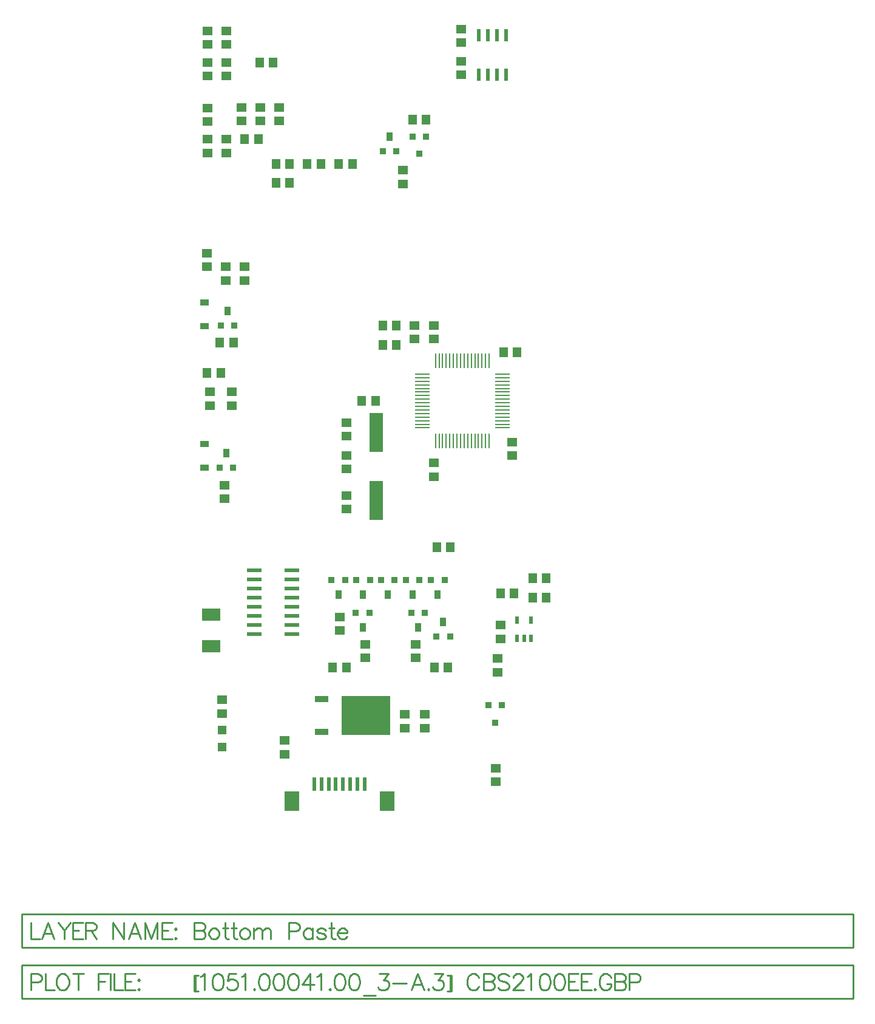
<source format=gbp>
G04 Layer_Color=128*
%FSLAX24Y24*%
%MOIN*%
G70*
G01*
G75*
%ADD10C,0.0100*%
%ADD11R,0.0460X0.0340*%
%ADD12R,0.0492X0.0571*%
%ADD13R,0.0236X0.0433*%
%ADD14R,0.0571X0.0492*%
%ADD15R,0.0334X0.0354*%
%ADD16R,0.0334X0.0354*%
%ADD17R,0.0340X0.0480*%
%ADD18R,0.0340X0.0340*%
%ADD19R,0.0216X0.0728*%
%ADD20R,0.0807X0.1082*%
%ADD21R,0.0216X0.0708*%
%ADD22R,0.0728X0.0354*%
%ADD23R,0.2697X0.2145*%
%ADD24R,0.0480X0.0480*%
%ADD25R,0.0846X0.0197*%
%ADD26R,0.1043X0.0689*%
%ADD27R,0.0767X0.2145*%
%ADD28O,0.0098X0.0807*%
%ADD29O,0.0807X0.0098*%
D10*
X-4952Y-6455D02*
X40728D01*
X-4952Y-8305D02*
Y-6455D01*
Y-8305D02*
X40728D01*
Y-6455D01*
Y-5505D02*
Y-3655D01*
X-4952Y-5505D02*
X40728D01*
X-4952D02*
Y-3655D01*
X40728D01*
X4528Y-7021D02*
Y-7878D01*
X4570Y-7021D02*
Y-7878D01*
X4528Y-7021D02*
X4742D01*
X4528Y-7878D02*
X4742D01*
X4857Y-7107D02*
X4943Y-7064D01*
X5072Y-6935D01*
Y-7835D01*
X5774Y-6935D02*
X5646Y-6978D01*
X5560Y-7107D01*
X5517Y-7321D01*
Y-7449D01*
X5560Y-7664D01*
X5646Y-7792D01*
X5774Y-7835D01*
X5860D01*
X5989Y-7792D01*
X6074Y-7664D01*
X6117Y-7449D01*
Y-7321D01*
X6074Y-7107D01*
X5989Y-6978D01*
X5860Y-6935D01*
X5774D01*
X6833D02*
X6404D01*
X6361Y-7321D01*
X6404Y-7278D01*
X6533Y-7235D01*
X6661D01*
X6790Y-7278D01*
X6876Y-7364D01*
X6918Y-7492D01*
Y-7578D01*
X6876Y-7706D01*
X6790Y-7792D01*
X6661Y-7835D01*
X6533D01*
X6404Y-7792D01*
X6361Y-7749D01*
X6319Y-7664D01*
X7120Y-7107D02*
X7206Y-7064D01*
X7334Y-6935D01*
Y-7835D01*
X7823Y-7749D02*
X7780Y-7792D01*
X7823Y-7835D01*
X7865Y-7792D01*
X7823Y-7749D01*
X8320Y-6935D02*
X8191Y-6978D01*
X8105Y-7107D01*
X8063Y-7321D01*
Y-7449D01*
X8105Y-7664D01*
X8191Y-7792D01*
X8320Y-7835D01*
X8405D01*
X8534Y-7792D01*
X8620Y-7664D01*
X8662Y-7449D01*
Y-7321D01*
X8620Y-7107D01*
X8534Y-6978D01*
X8405Y-6935D01*
X8320D01*
X9121D02*
X8992Y-6978D01*
X8907Y-7107D01*
X8864Y-7321D01*
Y-7449D01*
X8907Y-7664D01*
X8992Y-7792D01*
X9121Y-7835D01*
X9207D01*
X9335Y-7792D01*
X9421Y-7664D01*
X9464Y-7449D01*
Y-7321D01*
X9421Y-7107D01*
X9335Y-6978D01*
X9207Y-6935D01*
X9121D01*
X9922D02*
X9794Y-6978D01*
X9708Y-7107D01*
X9665Y-7321D01*
Y-7449D01*
X9708Y-7664D01*
X9794Y-7792D01*
X9922Y-7835D01*
X10008D01*
X10136Y-7792D01*
X10222Y-7664D01*
X10265Y-7449D01*
Y-7321D01*
X10222Y-7107D01*
X10136Y-6978D01*
X10008Y-6935D01*
X9922D01*
X10895D02*
X10466Y-7535D01*
X11109D01*
X10895Y-6935D02*
Y-7835D01*
X11268Y-7107D02*
X11353Y-7064D01*
X11482Y-6935D01*
Y-7835D01*
X11970Y-7749D02*
X11927Y-7792D01*
X11970Y-7835D01*
X12013Y-7792D01*
X11970Y-7749D01*
X12467Y-6935D02*
X12339Y-6978D01*
X12253Y-7107D01*
X12210Y-7321D01*
Y-7449D01*
X12253Y-7664D01*
X12339Y-7792D01*
X12467Y-7835D01*
X12553D01*
X12682Y-7792D01*
X12767Y-7664D01*
X12810Y-7449D01*
Y-7321D01*
X12767Y-7107D01*
X12682Y-6978D01*
X12553Y-6935D01*
X12467D01*
X13269D02*
X13140Y-6978D01*
X13054Y-7107D01*
X13011Y-7321D01*
Y-7449D01*
X13054Y-7664D01*
X13140Y-7792D01*
X13269Y-7835D01*
X13354D01*
X13483Y-7792D01*
X13568Y-7664D01*
X13611Y-7449D01*
Y-7321D01*
X13568Y-7107D01*
X13483Y-6978D01*
X13354Y-6935D01*
X13269D01*
X13813Y-8135D02*
X14498D01*
X14700Y-6935D02*
X15171D01*
X14914Y-7278D01*
X15042D01*
X15128Y-7321D01*
X15171Y-7364D01*
X15214Y-7492D01*
Y-7578D01*
X15171Y-7706D01*
X15085Y-7792D01*
X14957Y-7835D01*
X14828D01*
X14700Y-7792D01*
X14657Y-7749D01*
X14614Y-7664D01*
X15415Y-7449D02*
X16186D01*
X17138Y-7835D02*
X16795Y-6935D01*
X16452Y-7835D01*
X16581Y-7535D02*
X17009D01*
X17391Y-7749D02*
X17348Y-7792D01*
X17391Y-7835D01*
X17433Y-7792D01*
X17391Y-7749D01*
X17716Y-6935D02*
X18187D01*
X17930Y-7278D01*
X18059D01*
X18145Y-7321D01*
X18187Y-7364D01*
X18230Y-7492D01*
Y-7578D01*
X18187Y-7706D01*
X18102Y-7792D01*
X17973Y-7835D01*
X17845D01*
X17716Y-7792D01*
X17673Y-7749D01*
X17630Y-7664D01*
X18603Y-7021D02*
Y-7878D01*
X18646Y-7021D02*
Y-7878D01*
X18432Y-7021D02*
X18646D01*
X18432Y-7878D02*
X18646D01*
X20159Y-7149D02*
X20116Y-7064D01*
X20030Y-6978D01*
X19944Y-6935D01*
X19773D01*
X19687Y-6978D01*
X19601Y-7064D01*
X19559Y-7149D01*
X19516Y-7278D01*
Y-7492D01*
X19559Y-7621D01*
X19601Y-7706D01*
X19687Y-7792D01*
X19773Y-7835D01*
X19944D01*
X20030Y-7792D01*
X20116Y-7706D01*
X20159Y-7621D01*
X20411Y-6935D02*
Y-7835D01*
Y-6935D02*
X20797D01*
X20925Y-6978D01*
X20968Y-7021D01*
X21011Y-7107D01*
Y-7192D01*
X20968Y-7278D01*
X20925Y-7321D01*
X20797Y-7364D01*
X20411D02*
X20797D01*
X20925Y-7407D01*
X20968Y-7449D01*
X21011Y-7535D01*
Y-7664D01*
X20968Y-7749D01*
X20925Y-7792D01*
X20797Y-7835D01*
X20411D01*
X21812Y-7064D02*
X21727Y-6978D01*
X21598Y-6935D01*
X21427D01*
X21298Y-6978D01*
X21213Y-7064D01*
Y-7149D01*
X21255Y-7235D01*
X21298Y-7278D01*
X21384Y-7321D01*
X21641Y-7407D01*
X21727Y-7449D01*
X21770Y-7492D01*
X21812Y-7578D01*
Y-7706D01*
X21727Y-7792D01*
X21598Y-7835D01*
X21427D01*
X21298Y-7792D01*
X21213Y-7706D01*
X22057Y-7149D02*
Y-7107D01*
X22100Y-7021D01*
X22142Y-6978D01*
X22228Y-6935D01*
X22399D01*
X22485Y-6978D01*
X22528Y-7021D01*
X22571Y-7107D01*
Y-7192D01*
X22528Y-7278D01*
X22442Y-7407D01*
X22014Y-7835D01*
X22614D01*
X22815Y-7107D02*
X22901Y-7064D01*
X23029Y-6935D01*
Y-7835D01*
X23732Y-6935D02*
X23603Y-6978D01*
X23518Y-7107D01*
X23475Y-7321D01*
Y-7449D01*
X23518Y-7664D01*
X23603Y-7792D01*
X23732Y-7835D01*
X23818D01*
X23946Y-7792D01*
X24032Y-7664D01*
X24075Y-7449D01*
Y-7321D01*
X24032Y-7107D01*
X23946Y-6978D01*
X23818Y-6935D01*
X23732D01*
X24533D02*
X24405Y-6978D01*
X24319Y-7107D01*
X24276Y-7321D01*
Y-7449D01*
X24319Y-7664D01*
X24405Y-7792D01*
X24533Y-7835D01*
X24619D01*
X24748Y-7792D01*
X24833Y-7664D01*
X24876Y-7449D01*
Y-7321D01*
X24833Y-7107D01*
X24748Y-6978D01*
X24619Y-6935D01*
X24533D01*
X25634D02*
X25077D01*
Y-7835D01*
X25634D01*
X25077Y-7364D02*
X25420D01*
X26341Y-6935D02*
X25784D01*
Y-7835D01*
X26341D01*
X25784Y-7364D02*
X26127D01*
X26534Y-7749D02*
X26491Y-7792D01*
X26534Y-7835D01*
X26577Y-7792D01*
X26534Y-7749D01*
X27417Y-7149D02*
X27374Y-7064D01*
X27288Y-6978D01*
X27203Y-6935D01*
X27031D01*
X26946Y-6978D01*
X26860Y-7064D01*
X26817Y-7149D01*
X26774Y-7278D01*
Y-7492D01*
X26817Y-7621D01*
X26860Y-7706D01*
X26946Y-7792D01*
X27031Y-7835D01*
X27203D01*
X27288Y-7792D01*
X27374Y-7706D01*
X27417Y-7621D01*
Y-7492D01*
X27203D02*
X27417D01*
X27623Y-6935D02*
Y-7835D01*
Y-6935D02*
X28008D01*
X28137Y-6978D01*
X28180Y-7021D01*
X28222Y-7107D01*
Y-7192D01*
X28180Y-7278D01*
X28137Y-7321D01*
X28008Y-7364D01*
X27623D02*
X28008D01*
X28137Y-7407D01*
X28180Y-7449D01*
X28222Y-7535D01*
Y-7664D01*
X28180Y-7749D01*
X28137Y-7792D01*
X28008Y-7835D01*
X27623D01*
X28424Y-7407D02*
X28809D01*
X28938Y-7364D01*
X28981Y-7321D01*
X29024Y-7235D01*
Y-7107D01*
X28981Y-7021D01*
X28938Y-6978D01*
X28809Y-6935D01*
X28424D01*
Y-7835D01*
X-4462Y-7407D02*
X-4077D01*
X-3948Y-7364D01*
X-3905Y-7321D01*
X-3863Y-7235D01*
Y-7107D01*
X-3905Y-7021D01*
X-3948Y-6978D01*
X-4077Y-6935D01*
X-4462D01*
Y-7835D01*
X-3661Y-6935D02*
Y-7835D01*
X-3147D01*
X-2791Y-6935D02*
X-2877Y-6978D01*
X-2963Y-7064D01*
X-3006Y-7149D01*
X-3048Y-7278D01*
Y-7492D01*
X-3006Y-7621D01*
X-2963Y-7706D01*
X-2877Y-7792D01*
X-2791Y-7835D01*
X-2620D01*
X-2534Y-7792D01*
X-2449Y-7706D01*
X-2406Y-7621D01*
X-2363Y-7492D01*
Y-7278D01*
X-2406Y-7149D01*
X-2449Y-7064D01*
X-2534Y-6978D01*
X-2620Y-6935D01*
X-2791D01*
X-1853D02*
Y-7835D01*
X-2153Y-6935D02*
X-1553D01*
X-739D02*
Y-7835D01*
Y-6935D02*
X-182D01*
X-739Y-7364D02*
X-396D01*
X-79Y-6935D02*
Y-7835D01*
X109Y-6935D02*
Y-7835D01*
X624D01*
X1279Y-6935D02*
X722D01*
Y-7835D01*
X1279D01*
X722Y-7364D02*
X1065D01*
X1472Y-7235D02*
X1429Y-7278D01*
X1472Y-7321D01*
X1515Y-7278D01*
X1472Y-7235D01*
Y-7749D02*
X1429Y-7792D01*
X1472Y-7835D01*
X1515Y-7792D01*
X1472Y-7749D01*
X-4462Y-4135D02*
Y-5035D01*
X-3948D01*
X-3164D02*
X-3507Y-4135D01*
X-3850Y-5035D01*
X-3721Y-4735D02*
X-3293D01*
X-2954Y-4135D02*
X-2611Y-4564D01*
Y-5035D01*
X-2269Y-4135D02*
X-2611Y-4564D01*
X-1596Y-4135D02*
X-2153D01*
Y-5035D01*
X-1596D01*
X-2153Y-4564D02*
X-1810D01*
X-1446Y-4135D02*
Y-5035D01*
Y-4135D02*
X-1060D01*
X-932Y-4178D01*
X-889Y-4221D01*
X-846Y-4307D01*
Y-4392D01*
X-889Y-4478D01*
X-932Y-4521D01*
X-1060Y-4564D01*
X-1446D01*
X-1146D02*
X-846Y-5035D01*
X62Y-4135D02*
Y-5035D01*
Y-4135D02*
X662Y-5035D01*
Y-4135D02*
Y-5035D01*
X1596D02*
X1253Y-4135D01*
X911Y-5035D01*
X1039Y-4735D02*
X1468D01*
X1806Y-4135D02*
Y-5035D01*
Y-4135D02*
X2149Y-5035D01*
X2492Y-4135D02*
X2149Y-5035D01*
X2492Y-4135D02*
Y-5035D01*
X3306Y-4135D02*
X2749D01*
Y-5035D01*
X3306D01*
X2749Y-4564D02*
X3092D01*
X3499Y-4435D02*
X3456Y-4478D01*
X3499Y-4521D01*
X3542Y-4478D01*
X3499Y-4435D01*
Y-4949D02*
X3456Y-4992D01*
X3499Y-5035D01*
X3542Y-4992D01*
X3499Y-4949D01*
X4528Y-4135D02*
Y-5035D01*
Y-4135D02*
X4913D01*
X5042Y-4178D01*
X5085Y-4221D01*
X5127Y-4307D01*
Y-4392D01*
X5085Y-4478D01*
X5042Y-4521D01*
X4913Y-4564D01*
X4528D02*
X4913D01*
X5042Y-4607D01*
X5085Y-4649D01*
X5127Y-4735D01*
Y-4864D01*
X5085Y-4949D01*
X5042Y-4992D01*
X4913Y-5035D01*
X4528D01*
X5543Y-4435D02*
X5457Y-4478D01*
X5372Y-4564D01*
X5329Y-4692D01*
Y-4778D01*
X5372Y-4906D01*
X5457Y-4992D01*
X5543Y-5035D01*
X5672D01*
X5757Y-4992D01*
X5843Y-4906D01*
X5886Y-4778D01*
Y-4692D01*
X5843Y-4564D01*
X5757Y-4478D01*
X5672Y-4435D01*
X5543D01*
X6211Y-4135D02*
Y-4864D01*
X6254Y-4992D01*
X6340Y-5035D01*
X6426D01*
X6083Y-4435D02*
X6383D01*
X6683Y-4135D02*
Y-4864D01*
X6726Y-4992D01*
X6811Y-5035D01*
X6897D01*
X6554Y-4435D02*
X6854D01*
X7240D02*
X7154Y-4478D01*
X7068Y-4564D01*
X7026Y-4692D01*
Y-4778D01*
X7068Y-4906D01*
X7154Y-4992D01*
X7240Y-5035D01*
X7368D01*
X7454Y-4992D01*
X7540Y-4906D01*
X7583Y-4778D01*
Y-4692D01*
X7540Y-4564D01*
X7454Y-4478D01*
X7368Y-4435D01*
X7240D01*
X7780D02*
Y-5035D01*
Y-4607D02*
X7908Y-4478D01*
X7994Y-4435D01*
X8123D01*
X8208Y-4478D01*
X8251Y-4607D01*
Y-5035D01*
Y-4607D02*
X8380Y-4478D01*
X8465Y-4435D01*
X8594D01*
X8680Y-4478D01*
X8722Y-4607D01*
Y-5035D01*
X9712Y-4607D02*
X10098D01*
X10226Y-4564D01*
X10269Y-4521D01*
X10312Y-4435D01*
Y-4307D01*
X10269Y-4221D01*
X10226Y-4178D01*
X10098Y-4135D01*
X9712D01*
Y-5035D01*
X11028Y-4435D02*
Y-5035D01*
Y-4564D02*
X10942Y-4478D01*
X10856Y-4435D01*
X10728D01*
X10642Y-4478D01*
X10556Y-4564D01*
X10513Y-4692D01*
Y-4778D01*
X10556Y-4906D01*
X10642Y-4992D01*
X10728Y-5035D01*
X10856D01*
X10942Y-4992D01*
X11028Y-4906D01*
X11739Y-4564D02*
X11696Y-4478D01*
X11567Y-4435D01*
X11439D01*
X11310Y-4478D01*
X11268Y-4564D01*
X11310Y-4649D01*
X11396Y-4692D01*
X11610Y-4735D01*
X11696Y-4778D01*
X11739Y-4864D01*
Y-4906D01*
X11696Y-4992D01*
X11567Y-5035D01*
X11439D01*
X11310Y-4992D01*
X11268Y-4906D01*
X12056Y-4135D02*
Y-4864D01*
X12099Y-4992D01*
X12184Y-5035D01*
X12270D01*
X11927Y-4435D02*
X12227D01*
X12399Y-4692D02*
X12913D01*
Y-4607D01*
X12870Y-4521D01*
X12827Y-4478D01*
X12742Y-4435D01*
X12613D01*
X12527Y-4478D01*
X12442Y-4564D01*
X12399Y-4692D01*
Y-4778D01*
X12442Y-4906D01*
X12527Y-4992D01*
X12613Y-5035D01*
X12742D01*
X12827Y-4992D01*
X12913Y-4906D01*
D11*
X5100Y20855D02*
D03*
Y22145D02*
D03*
Y28605D02*
D03*
Y29895D02*
D03*
D12*
X23854Y14780D02*
D03*
X23106D02*
D03*
X21346Y13930D02*
D03*
X22094D02*
D03*
X23854Y13700D02*
D03*
X23106D02*
D03*
X12884Y9880D02*
D03*
X12136D02*
D03*
X17716D02*
D03*
X18464D02*
D03*
X5226Y26050D02*
D03*
X5974D02*
D03*
X8106Y43080D02*
D03*
X8854D02*
D03*
X16506Y39940D02*
D03*
X17254D02*
D03*
X13204Y37500D02*
D03*
X12456D02*
D03*
X10736D02*
D03*
X11484D02*
D03*
X9006Y37510D02*
D03*
X9754D02*
D03*
X9006Y36470D02*
D03*
X9754D02*
D03*
X8044Y38870D02*
D03*
X7296D02*
D03*
X13736Y24510D02*
D03*
X14484D02*
D03*
X14876Y27580D02*
D03*
X15624D02*
D03*
X14876Y28650D02*
D03*
X15624D02*
D03*
X18594Y16460D02*
D03*
X17846D02*
D03*
X22254Y27160D02*
D03*
X21506D02*
D03*
X6674Y27700D02*
D03*
X5926D02*
D03*
D13*
X23014Y12472D02*
D03*
X22266D02*
D03*
Y11468D02*
D03*
X22640D02*
D03*
X23014D02*
D03*
D14*
X21350Y11446D02*
D03*
Y12194D02*
D03*
X21170Y10364D02*
D03*
Y9616D02*
D03*
X21090Y3596D02*
D03*
Y4344D02*
D03*
X12520Y11896D02*
D03*
Y12644D02*
D03*
X13920Y11144D02*
D03*
Y10396D02*
D03*
X16680Y11144D02*
D03*
Y10396D02*
D03*
X19180Y44914D02*
D03*
Y44166D02*
D03*
X19170Y43150D02*
D03*
Y42402D02*
D03*
X16090Y7294D02*
D03*
Y6546D02*
D03*
X17180Y7294D02*
D03*
Y6546D02*
D03*
X9480Y5864D02*
D03*
Y5116D02*
D03*
X6580Y25004D02*
D03*
Y24256D02*
D03*
X5380D02*
D03*
Y25004D02*
D03*
X5220Y32614D02*
D03*
Y31866D02*
D03*
X6260Y31116D02*
D03*
Y31864D02*
D03*
X7300D02*
D03*
Y31116D02*
D03*
X8160Y40614D02*
D03*
Y39866D02*
D03*
X9200Y40614D02*
D03*
Y39866D02*
D03*
X6300Y38116D02*
D03*
Y38864D02*
D03*
X16000Y36416D02*
D03*
Y37164D02*
D03*
X5240Y44814D02*
D03*
Y44066D02*
D03*
X6280Y44066D02*
D03*
Y44814D02*
D03*
Y43074D02*
D03*
Y42326D02*
D03*
X5240D02*
D03*
Y43074D02*
D03*
X5250Y38864D02*
D03*
Y38116D02*
D03*
X7120Y39866D02*
D03*
Y40614D02*
D03*
X5250Y40574D02*
D03*
Y39826D02*
D03*
X6040Y8094D02*
D03*
Y7346D02*
D03*
X12879Y18565D02*
D03*
Y19313D02*
D03*
Y21523D02*
D03*
Y20775D02*
D03*
X17670Y28644D02*
D03*
Y27896D02*
D03*
X22000Y21506D02*
D03*
Y22254D02*
D03*
X17700Y20356D02*
D03*
Y21104D02*
D03*
X12879Y22575D02*
D03*
Y23323D02*
D03*
X16620Y28644D02*
D03*
Y27896D02*
D03*
X6190Y19884D02*
D03*
Y19136D02*
D03*
D15*
X20686Y7822D02*
D03*
X21060Y6838D02*
D03*
D16*
X21434Y7822D02*
D03*
X16506Y39003D02*
D03*
X17254D02*
D03*
X16880Y38077D02*
D03*
D17*
X16830Y12081D02*
D03*
X13780D02*
D03*
X15240Y39009D02*
D03*
X18190Y12359D02*
D03*
X12440Y13881D02*
D03*
X13800D02*
D03*
X15160D02*
D03*
X16530D02*
D03*
X17900D02*
D03*
X6350Y29449D02*
D03*
X6280Y21649D02*
D03*
D18*
X16450Y12881D02*
D03*
X17200D02*
D03*
X13400D02*
D03*
X14150D02*
D03*
X14870Y38209D02*
D03*
X15620D02*
D03*
X18570Y11559D02*
D03*
X17820D02*
D03*
X12060Y14681D02*
D03*
X12810D02*
D03*
X13420D02*
D03*
X14170D02*
D03*
X14780D02*
D03*
X15530D02*
D03*
X16150D02*
D03*
X16900D02*
D03*
X17520D02*
D03*
X18270D02*
D03*
X5980Y28649D02*
D03*
X6730D02*
D03*
X5910Y20849D02*
D03*
X6660D02*
D03*
D19*
X11909Y3463D02*
D03*
X12303D02*
D03*
X12697D02*
D03*
X13484D02*
D03*
X11122D02*
D03*
X13878D02*
D03*
X11516D02*
D03*
X13091D02*
D03*
D20*
X15118Y2537D02*
D03*
X9882D02*
D03*
D21*
X21650Y42403D02*
D03*
X21150D02*
D03*
X20650D02*
D03*
X20150D02*
D03*
X21650Y44588D02*
D03*
X21150D02*
D03*
X20650D02*
D03*
X20150Y44588D02*
D03*
D22*
X11527Y6332D02*
D03*
Y8128D02*
D03*
D23*
X13968Y7230D02*
D03*
D24*
X6040Y6440D02*
D03*
Y5500D02*
D03*
D25*
X7826Y11700D02*
D03*
Y12200D02*
D03*
Y12700D02*
D03*
Y13200D02*
D03*
Y13700D02*
D03*
Y14200D02*
D03*
Y14700D02*
D03*
Y15200D02*
D03*
X9874Y11700D02*
D03*
Y12200D02*
D03*
Y12700D02*
D03*
Y13200D02*
D03*
Y13700D02*
D03*
Y14200D02*
D03*
Y14700D02*
D03*
Y15200D02*
D03*
D26*
X5450Y11056D02*
D03*
Y12788D02*
D03*
D27*
X14509Y22779D02*
D03*
Y19039D02*
D03*
D28*
X17774Y22295D02*
D03*
X17970D02*
D03*
X18167D02*
D03*
X18364D02*
D03*
X18561D02*
D03*
X18758D02*
D03*
X18955D02*
D03*
X19152D02*
D03*
X19348D02*
D03*
X19545D02*
D03*
X19742D02*
D03*
X19939D02*
D03*
X20136D02*
D03*
X20333D02*
D03*
X20530D02*
D03*
X20726D02*
D03*
Y26705D02*
D03*
X20530D02*
D03*
X20333D02*
D03*
X20136D02*
D03*
X19939D02*
D03*
X19742D02*
D03*
X19545D02*
D03*
X19348D02*
D03*
X19152D02*
D03*
X18955D02*
D03*
X18758D02*
D03*
X18561D02*
D03*
X18364D02*
D03*
X18167D02*
D03*
X17970D02*
D03*
X17774D02*
D03*
D29*
X21455Y23024D02*
D03*
Y23220D02*
D03*
Y23417D02*
D03*
Y23614D02*
D03*
Y23811D02*
D03*
Y24008D02*
D03*
Y24205D02*
D03*
Y24402D02*
D03*
Y24598D02*
D03*
Y24795D02*
D03*
Y24992D02*
D03*
Y25189D02*
D03*
Y25386D02*
D03*
Y25583D02*
D03*
Y25780D02*
D03*
Y25976D02*
D03*
X17045D02*
D03*
Y25780D02*
D03*
Y25583D02*
D03*
Y25386D02*
D03*
Y25189D02*
D03*
Y24992D02*
D03*
Y24795D02*
D03*
Y24598D02*
D03*
Y24402D02*
D03*
Y24205D02*
D03*
Y24008D02*
D03*
Y23811D02*
D03*
Y23614D02*
D03*
Y23417D02*
D03*
Y23220D02*
D03*
Y23024D02*
D03*
M02*

</source>
